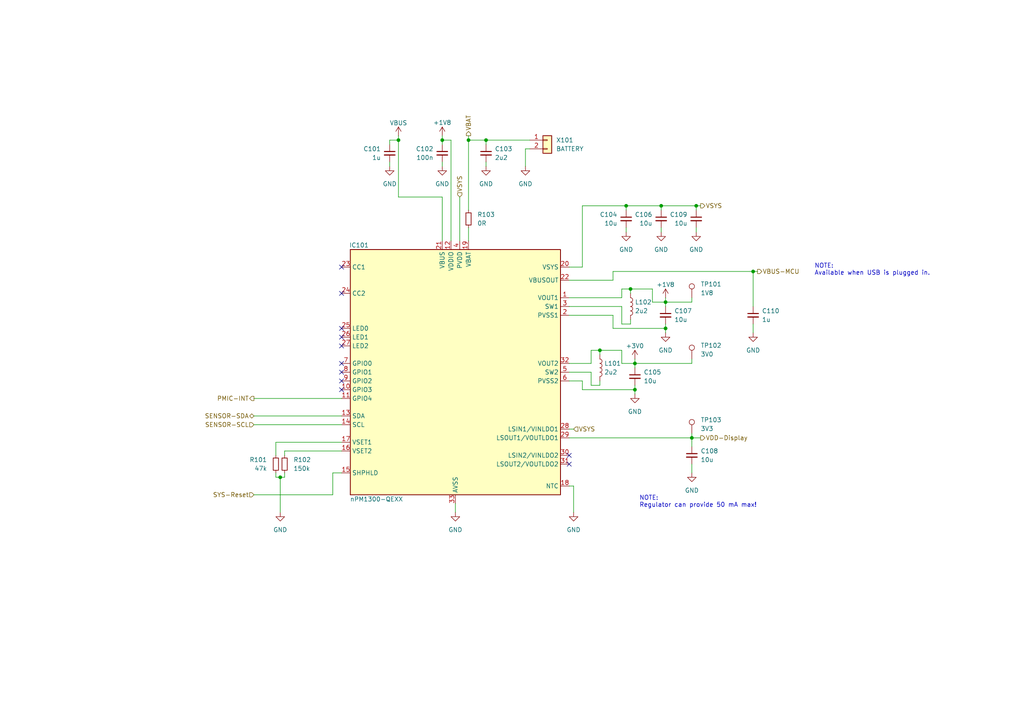
<source format=kicad_sch>
(kicad_sch (version 20230121) (generator eeschema)
  (paper "A4")
  (title_block (title "ZSWatch v2") (date "2024-01-27") (rev "5") (company "github.com/jakkra/ZSWatch-HW"))
  (lib_symbols
    (symbol "Connector:TestPoint" (pin_numbers hide) (pin_names (offset 0.762) hide)
      (property "Reference" "TP" (at 0 6.858 0))
      (property "Value" "TestPoint" (at 0 5.08 0))
      (symbol "TestPoint_0_1"
        (circle (center 0 3.302) (radius 0.762))
      )
      (symbol "TestPoint_1_1"
        (pin passive line (at 0 0 90) (length 2.54) (name "1") (number "1"))
      )
    )
    (symbol "Connector_Generic:Conn_01x02" (pin_names (offset 1.016) hide)
      (property "Reference" "J" (at 0 2.54 0))
      (property "Value" "Conn_01x02" (at 0 -5.08 0))
      (symbol "Conn_01x02_1_1"
        (rectangle (start -1.27 -2.413) (end 0 -2.667) (stroke (width 0.1524)))
        (rectangle (start -1.27 0.127) (end 0 -0.127) (stroke (width 0.1524)))
        (rectangle (start -1.27 1.27) (end 1.27 -3.81) (stroke (width 0.254)) (fill (type background)))
        (pin passive line (at -5.08 0 0) (length 3.81) (name "Pin_1") (number "1"))
        (pin passive line (at -5.08 -2.54 0) (length 3.81) (name "Pin_2") (number "2"))
      )
    )
    (symbol "Device:C_Small" (pin_numbers hide) (pin_names (offset 0.254) hide)
      (property "Reference" "C" (at 0.254 1.778 0))
      (property "Value" "C_Small" (at 0.254 -2.032 0))
      (symbol "C_Small_0_1"
        (polyline (pts (xy -1.524 -0.508) (xy 1.524 -0.508)) (stroke (width 0.3302)))
        (polyline (pts (xy -1.524 0.508) (xy 1.524 0.508)) (stroke (width 0.3048)))
      )
      (symbol "C_Small_1_1"
        (pin passive line (at 0 2.54 270) (length 2.032) (name "~") (number "1"))
        (pin passive line (at 0 -2.54 90) (length 2.032) (name "~") (number "2"))
      )
    )
    (symbol "Device:L" (pin_numbers hide) (pin_names (offset 1.016) hide)
      (property "Reference" "L" (at -1.27 0 90))
      (property "Value" "L" (at 1.905 0 90))
      (symbol "L_0_1"
        (arc (start 0 -2.54) (mid 0.6323 -1.905) (end 0 -1.27))
        (arc (start 0 -1.27) (mid 0.6323 -0.635) (end 0 0))
        (arc (start 0 0) (mid 0.6323 0.635) (end 0 1.27))
        (arc (start 0 1.27) (mid 0.6323 1.905) (end 0 2.54))
      )
      (symbol "L_1_1"
        (pin passive line (at 0 3.81 270) (length 1.27) (name "1") (number "1"))
        (pin passive line (at 0 -3.81 90) (length 1.27) (name "2") (number "2"))
      )
    )
    (symbol "Device:R_Small" (pin_numbers hide) (pin_names (offset 0.254) hide)
      (property "Reference" "R" (at 0.762 0.508 0))
      (property "Value" "R_Small" (at 0.762 -1.016 0))
      (symbol "R_Small_0_1"
        (rectangle (start -0.762 1.778) (end 0.762 -1.778) (stroke (width 0.2032)))
      )
      (symbol "R_Small_1_1"
        (pin passive line (at 0 2.54 270) (length 0.762) (name "~") (number "1"))
        (pin passive line (at 0 -2.54 90) (length 0.762) (name "~") (number "2"))
      )
    )
    (symbol "Nordic:nPM1300-QEXX"
      (property "Reference" "IC" (at -29.845 36.83 0))
      (property "Value" "nPM1300-QEXX" (at -22.86 -36.83 0))
      (symbol "nPM1300-QEXX_1_0"
        (pin power_out line (at 33.02 21.59 180) (length 2.54) (name "VOUT1") (number "1"))
        (pin bidirectional line (at -33.02 -5.08 0) (length 2.54) (name "GPIO3") (number "10"))
        (pin bidirectional line (at -33.02 -7.62 0) (length 2.54) (name "GPIO4") (number "11"))
        (pin power_in line (at -1.27 38.1 270) (length 2.54) (name "VDDIO") (number "12"))
        (pin bidirectional line (at -33.02 -12.7 0) (length 2.54) (name "SDA") (number "13"))
        (pin input line (at -33.02 -15.24 0) (length 2.54) (name "SCL") (number "14"))
        (pin input line (at -33.02 -29.21 0) (length 2.54) (name "SHPHLD") (number "15"))
        (pin input line (at -33.02 -22.86 0) (length 2.54) (name "VSET2") (number "16"))
        (pin input line (at -33.02 -20.32 0) (length 2.54) (name "VSET1") (number "17"))
        (pin input line (at 33.02 -33.02 180) (length 2.54) (name "NTC") (number "18"))
        (pin power_in line (at 3.81 38.1 270) (length 2.54) (name "VBAT") (number "19"))
        (pin input line (at 33.02 16.51 180) (length 2.54) (name "PVSS1") (number "2"))
        (pin power_out line (at 33.02 30.48 180) (length 2.54) (name "VSYS") (number "20"))
        (pin power_in line (at -3.81 38.1 270) (length 2.54) (name "VBUS") (number "21"))
        (pin power_out line (at 33.02 26.67 180) (length 2.54) (name "VBUSOUT") (number "22"))
        (pin input line (at -33.02 30.48 0) (length 2.54) (name "CC1") (number "23"))
        (pin input line (at -33.02 22.86 0) (length 2.54) (name "CC2") (number "24"))
        (pin output line (at -33.02 12.7 0) (length 2.54) (name "LED0") (number "25"))
        (pin output line (at -33.02 10.16 0) (length 2.54) (name "LED1") (number "26"))
        (pin output line (at -33.02 7.62 0) (length 2.54) (name "LED2") (number "27"))
        (pin bidirectional line (at 33.02 -16.51 180) (length 2.54) (name "LSIN1/VINLDO1") (number "28"))
        (pin bidirectional line (at 33.02 -19.05 180) (length 2.54) (name "LSOUT1/VOUTLDO1") (number "29"))
        (pin input line (at 33.02 19.05 180) (length 2.54) (name "SW1") (number "3"))
        (pin bidirectional line (at 33.02 -24.13 180) (length 2.54) (name "LSIN2/VINLDO2") (number "30"))
        (pin bidirectional line (at 33.02 -26.67 180) (length 2.54) (name "LSOUT2/VOUTLDO2") (number "31"))
        (pin power_out line (at 33.02 2.54 180) (length 2.54) (name "VOUT2") (number "32"))
        (pin passive line (at 0 -38.1 90) (length 2.54) (name "AVSS") (number "33"))
        (pin power_in line (at 1.27 38.1 270) (length 2.54) (name "PVDD") (number "4"))
        (pin input line (at 33.02 0 180) (length 2.54) (name "SW2") (number "5"))
        (pin input line (at 33.02 -2.54 180) (length 2.54) (name "PVSS2") (number "6"))
        (pin bidirectional line (at -33.02 2.54 0) (length 2.54) (name "GPIO0") (number "7"))
        (pin bidirectional line (at -33.02 0 0) (length 2.54) (name "GPIO1") (number "8"))
        (pin bidirectional line (at -33.02 -2.54 0) (length 2.54) (name "GPIO2") (number "9"))
      )
      (symbol "nPM1300-QEXX_1_1"
        (rectangle (start -30.48 35.56) (end 30.48 -35.56) (stroke (width 0.254)) (fill (type background)))
      )
    )
    (symbol "power:+1V8" (power) (pin_names (offset 0))
      (property "Value" "+1V8" (at 0 3.556 0))
      (symbol "+1V8_0_1"
        (polyline (pts (xy -0.762 1.27) (xy 0 2.54)))
        (polyline (pts (xy 0 0) (xy 0 2.54)))
        (polyline (pts (xy 0 2.54) (xy 0.762 1.27)))
      )
      (symbol "+1V8_1_1"
        (pin power_in line (at 0 0 90) (length 0) hide (name "+1V8") (number "1"))
      )
    )
    (symbol "power:+3V0" (power) (pin_names (offset 0))
      (property "Value" "+3V0" (at 0 3.556 0))
      (symbol "+3V0_0_1"
        (polyline (pts (xy -0.762 1.27) (xy 0 2.54)))
        (polyline (pts (xy 0 0) (xy 0 2.54)))
        (polyline (pts (xy 0 2.54) (xy 0.762 1.27)))
      )
      (symbol "+3V0_1_1"
        (pin power_in line (at 0 0 90) (length 0) hide (name "+3V0") (number "1"))
      )
    )
    (symbol "power:GND" (power) (pin_names (offset 0))
      (property "Value" "GND" (at 0 -3.81 0))
      (symbol "GND_0_1"
        (polyline (pts (xy 0 0) (xy 0 -1.27) (xy 1.27 -1.27) (xy 0 -2.54) (xy -1.27 -1.27) (xy 0 -1.27)))
      )
      (symbol "GND_1_1"
        (pin power_in line (at 0 0 270) (length 0) hide (name "GND") (number "1"))
      )
    )
    (symbol "power:VBUS" (power) (pin_names (offset 0))
      (property "Value" "VBUS" (at 0 3.81 0))
      (symbol "VBUS_0_1"
        (polyline (pts (xy -0.762 1.27) (xy 0 2.54)))
        (polyline (pts (xy 0 0) (xy 0 2.54)))
        (polyline (pts (xy 0 2.54) (xy 0.762 1.27)))
      )
      (symbol "VBUS_1_1"
        (pin power_in line (at 0 0 90) (length 0) hide (name "VBUS") (number "1"))
      )
    )
  )
  (junction (at 181.61 59.69))
  (junction (at 182.88 83.82))
  (junction (at 193.04 87.63))
  (junction (at 128.27 40.64))
  (junction (at 115.57 40.64))
  (junction (at 191.77 59.69))
  (junction (at 200.66 127))
  (junction (at 218.44 78.74))
  (junction (at 81.28 138.43))
  (junction (at 140.97 40.64))
  (junction (at 193.04 95.25))
  (junction (at 135.89 40.64))
  (junction (at 201.93 59.69))
  (junction (at 184.15 113.03))
  (junction (at 184.15 105.41))
  (junction (at 173.99 101.6))
  (no_connect (at 99.06 100.33))
  (no_connect (at 99.06 113.03))
  (no_connect (at 99.06 107.95))
  (no_connect (at 99.06 85.09))
  (no_connect (at 165.1 134.62))
  (no_connect (at 99.06 97.79))
  (no_connect (at 99.06 77.47))
  (no_connect (at 99.06 110.49))
  (no_connect (at 99.06 95.25))
  (no_connect (at 99.06 105.41))
  (no_connect (at 165.1 132.08))
  (wire (pts (xy 96.52 143.51) (xy 96.52 137.16)))
  (wire (pts (xy 180.34 101.6) (xy 180.34 105.41)))
  (wire (pts (xy 81.28 138.43) (xy 81.28 148.59)))
  (wire (pts (xy 140.97 40.64) (xy 140.97 41.91)))
  (wire (pts (xy 200.66 105.41) (xy 200.66 104.14)))
  (wire (pts (xy 201.93 59.69) (xy 201.93 60.96)))
  (wire (pts (xy 171.45 111.76) (xy 173.99 111.76)))
  (wire (pts (xy 135.89 40.64) (xy 135.89 60.96)))
  (wire (pts (xy 201.93 66.04) (xy 201.93 67.31)))
  (wire (pts (xy 73.66 143.51) (xy 96.52 143.51)))
  (wire (pts (xy 165.1 140.97) (xy 166.37 140.97)))
  (wire (pts (xy 189.23 83.82) (xy 189.23 87.63)))
  (wire (pts (xy 73.66 115.57) (xy 99.06 115.57)))
  (wire (pts (xy 180.34 83.82) (xy 182.88 83.82)))
  (wire (pts (xy 184.15 111.76) (xy 184.15 113.03)))
  (wire (pts (xy 200.66 127) (xy 203.2 127)))
  (wire (pts (xy 218.44 78.74) (xy 218.44 88.9)))
  (wire (pts (xy 168.91 113.03) (xy 184.15 113.03)))
  (wire (pts (xy 193.04 87.63) (xy 193.04 88.9)))
  (wire (pts (xy 165.1 81.28) (xy 177.8 81.28)))
  (wire (pts (xy 80.01 137.16) (xy 80.01 138.43)))
  (wire (pts (xy 113.03 40.64) (xy 113.03 41.91)))
  (wire (pts (xy 173.99 111.76) (xy 173.99 110.49)))
  (wire (pts (xy 168.91 59.69) (xy 168.91 77.47)))
  (wire (pts (xy 135.89 40.64) (xy 140.97 40.64)))
  (wire (pts (xy 218.44 93.98) (xy 218.44 96.52)))
  (wire (pts (xy 81.28 138.43) (xy 82.55 138.43)))
  (wire (pts (xy 128.27 57.15) (xy 128.27 69.85)))
  (wire (pts (xy 193.04 87.63) (xy 200.66 87.63)))
  (wire (pts (xy 177.8 95.25) (xy 193.04 95.25)))
  (wire (pts (xy 96.52 137.16) (xy 99.06 137.16)))
  (wire (pts (xy 184.15 113.03) (xy 184.15 114.3)))
  (wire (pts (xy 177.8 78.74) (xy 218.44 78.74)))
  (wire (pts (xy 165.1 110.49) (xy 168.91 110.49)))
  (wire (pts (xy 200.66 125.73) (xy 200.66 127)))
  (wire (pts (xy 165.1 127) (xy 200.66 127)))
  (wire (pts (xy 73.66 120.65) (xy 99.06 120.65)))
  (wire (pts (xy 128.27 46.99) (xy 128.27 48.26)))
  (wire (pts (xy 180.34 105.41) (xy 184.15 105.41)))
  (wire (pts (xy 181.61 59.69) (xy 168.91 59.69)))
  (wire (pts (xy 113.03 46.99) (xy 113.03 48.26)))
  (wire (pts (xy 201.93 59.69) (xy 203.2 59.69)))
  (wire (pts (xy 171.45 105.41) (xy 171.45 101.6)))
  (wire (pts (xy 200.66 134.62) (xy 200.66 137.16)))
  (wire (pts (xy 171.45 101.6) (xy 173.99 101.6)))
  (wire (pts (xy 165.1 91.44) (xy 177.8 91.44)))
  (wire (pts (xy 180.34 88.9) (xy 180.34 93.98)))
  (wire (pts (xy 135.89 66.04) (xy 135.89 69.85)))
  (wire (pts (xy 166.37 140.97) (xy 166.37 148.59)))
  (wire (pts (xy 82.55 130.81) (xy 82.55 132.08)))
  (wire (pts (xy 132.08 146.05) (xy 132.08 148.59)))
  (wire (pts (xy 115.57 57.15) (xy 128.27 57.15)))
  (wire (pts (xy 165.1 124.46) (xy 166.37 124.46)))
  (wire (pts (xy 181.61 59.69) (xy 181.61 60.96)))
  (wire (pts (xy 115.57 39.37) (xy 115.57 40.64)))
  (wire (pts (xy 181.61 59.69) (xy 191.77 59.69)))
  (wire (pts (xy 165.1 86.36) (xy 180.34 86.36)))
  (wire (pts (xy 165.1 105.41) (xy 171.45 105.41)))
  (wire (pts (xy 182.88 93.98) (xy 182.88 92.71)))
  (wire (pts (xy 113.03 40.64) (xy 115.57 40.64)))
  (wire (pts (xy 181.61 66.04) (xy 181.61 67.31)))
  (wire (pts (xy 80.01 138.43) (xy 81.28 138.43)))
  (wire (pts (xy 184.15 105.41) (xy 200.66 105.41)))
  (wire (pts (xy 180.34 86.36) (xy 180.34 83.82)))
  (wire (pts (xy 191.77 59.69) (xy 201.93 59.69)))
  (wire (pts (xy 73.66 123.19) (xy 99.06 123.19)))
  (wire (pts (xy 99.06 130.81) (xy 82.55 130.81)))
  (wire (pts (xy 184.15 104.14) (xy 184.15 105.41)))
  (wire (pts (xy 173.99 101.6) (xy 180.34 101.6)))
  (wire (pts (xy 128.27 39.37) (xy 128.27 40.64)))
  (wire (pts (xy 189.23 87.63) (xy 193.04 87.63)))
  (wire (pts (xy 168.91 110.49) (xy 168.91 113.03)))
  (wire (pts (xy 173.99 101.6) (xy 173.99 102.87)))
  (wire (pts (xy 80.01 128.27) (xy 80.01 132.08)))
  (wire (pts (xy 82.55 138.43) (xy 82.55 137.16)))
  (wire (pts (xy 152.4 43.18) (xy 152.4 48.26)))
  (wire (pts (xy 128.27 41.91) (xy 128.27 40.64)))
  (wire (pts (xy 140.97 40.64) (xy 153.67 40.64)))
  (wire (pts (xy 184.15 105.41) (xy 184.15 106.68)))
  (wire (pts (xy 135.89 39.37) (xy 135.89 40.64)))
  (wire (pts (xy 165.1 77.47) (xy 168.91 77.47)))
  (wire (pts (xy 200.66 87.63) (xy 200.66 86.36)))
  (wire (pts (xy 191.77 59.69) (xy 191.77 60.96)))
  (wire (pts (xy 191.77 66.04) (xy 191.77 67.31)))
  (wire (pts (xy 140.97 46.99) (xy 140.97 48.26)))
  (wire (pts (xy 193.04 93.98) (xy 193.04 95.25)))
  (wire (pts (xy 165.1 107.95) (xy 171.45 107.95)))
  (wire (pts (xy 182.88 83.82) (xy 182.88 85.09)))
  (wire (pts (xy 171.45 107.95) (xy 171.45 111.76)))
  (wire (pts (xy 99.06 128.27) (xy 80.01 128.27)))
  (wire (pts (xy 200.66 127) (xy 200.66 129.54)))
  (wire (pts (xy 128.27 40.64) (xy 130.81 40.64)))
  (wire (pts (xy 177.8 81.28) (xy 177.8 78.74)))
  (wire (pts (xy 182.88 83.82) (xy 189.23 83.82)))
  (wire (pts (xy 130.81 40.64) (xy 130.81 69.85)))
  (wire (pts (xy 193.04 86.36) (xy 193.04 87.63)))
  (wire (pts (xy 153.67 43.18) (xy 152.4 43.18)))
  (wire (pts (xy 165.1 88.9) (xy 180.34 88.9)))
  (wire (pts (xy 177.8 91.44) (xy 177.8 95.25)))
  (wire (pts (xy 115.57 57.15) (xy 115.57 40.64)))
  (wire (pts (xy 193.04 95.25) (xy 193.04 96.52)))
  (wire (pts (xy 218.44 78.74) (xy 219.71 78.74)))
  (wire (pts (xy 180.34 93.98) (xy 182.88 93.98)))
  (wire (pts (xy 133.35 69.85) (xy 133.35 57.15)))
  (text "NOTE:\nAvailable when USB is plugged in." (at 236.22 80.01 0) (effects (font (size 1.27 1.27)) (justify left bottom)))
  (text "NOTE:\nRegulator can provide 50 mA max!" (at 185.42 147.32 0) (effects (font (size 1.27 1.27)) (justify left bottom)))
  (hierarchical_label "VSYS" (shape output) (at 203.2 59.69 0))
  (hierarchical_label "VBAT" (shape output) (at 135.89 39.37 90))
  (hierarchical_label "VBUS-MCU" (shape output) (at 219.71 78.74 0))
  (hierarchical_label "SENSOR-SCL" (shape input) (at 73.66 123.19 180))
  (hierarchical_label "SENSOR-SDA" (shape bidirectional) (at 73.66 120.65 180))
  (hierarchical_label "VSYS" (shape input) (at 166.37 124.46 0))
  (hierarchical_label "VDD-Display" (shape output) (at 203.2 127 0))
  (hierarchical_label "VSYS" (shape input) (at 133.35 57.15 90))
  (hierarchical_label "SYS-Reset" (shape input) (at 73.66 143.51 180))
  (hierarchical_label "PMIC-INT" (shape output) (at 73.66 115.57 180))
  (symbol (lib_id "Device:C_Small") (at 218.44 91.44 0) (mirror y) (unit 1)
    (property "Reference" "C110" (at 220.98 90.1763 0) (effects (justify right)))
    (property "Value" "1u" (at 220.98 92.7163 0) (effects (justify right)))
    (property "Footprint" "Capacitor_SMD:C_0603_1608Metric" (effects hide))
    (property "Mfr." "KYOCERA AVX" (effects hide))
    (property "Mfr. No." "0603YC105JAT2A" (effects hide))
    (property "Distributor" "Mouser" (effects hide))
    (property "Order Number" "581-0603YC105JAT2A" (effects hide))
  )
  (symbol (lib_id "power:GND") (at 184.15 114.3 0) (unit 1)
    (property "Reference" "#PWR0112" (effects hide))
    (property "Value" "GND" (at 184.15 119.38 0))
  )
  (symbol (lib_id "Device:L") (at 173.99 106.68 0) (unit 1)
    (property "Reference" "L101" (at 175.26 105.41 0) (effects (justify left)))
    (property "Value" "2u2" (at 175.26 107.95 0) (effects (justify left)))
    (property "Footprint" "Inductor_SMD_Kampi:L_0806_2016" (effects hide))
    (property "Mfr." "Samsung Electro-Mechanics" (effects hide))
    (property "Mfr. No." "CIGT201610EH2R2MNE" (effects hide))
    (property "Distributor" "Mouser" (effects hide))
    (property "Order Number" "187-CIGT201610EH2R2M" (effects hide))
  )
  (symbol (lib_id "Device:C_Small") (at 113.03 44.45 0) (unit 1)
    (property "Reference" "C101" (at 110.49 43.1863 0) (effects (justify right)))
    (property "Value" "1u" (at 110.49 45.7263 0) (effects (justify right)))
    (property "Footprint" "Capacitor_SMD:C_0603_1608Metric" (effects hide))
    (property "Mfr." "KYOCERA AVX" (effects hide))
    (property "Mfr. No." "0603YC105JAT2A" (effects hide))
    (property "Distributor" "Mouser" (effects hide))
    (property "Order Number" "581-0603YC105JAT2A" (effects hide))
  )
  (symbol (lib_id "Device:C_Small") (at 184.15 109.22 0) (mirror y) (unit 1)
    (property "Reference" "C105" (at 186.69 107.9563 0) (effects (justify right)))
    (property "Value" "10u" (at 186.69 110.4963 0) (effects (justify right)))
    (property "Footprint" "Capacitor_SMD:C_0603_1608Metric" (effects hide))
    (property "Mfr." "KYOCERA AVX" (effects hide))
    (property "Mfr. No." "CM105X5R106M25AT" (effects hide))
    (property "Distributor" "Mouser" (effects hide))
    (property "Order Number" "346-CM105X5R106M25AT" (effects hide))
  )
  (symbol (lib_id "Device:R_Small") (at 82.55 134.62 180) (unit 1)
    (property "Reference" "R102" (at 85.09 133.35 0) (effects (justify right)))
    (property "Value" "150k" (at 85.09 135.89 0) (effects (justify right)))
    (property "Footprint" "Resistor_SMD:R_0603_1608Metric" (effects hide))
    (property "Distributor" "Mouser" (effects hide))
    (property "Mfr." "YAGEO" (effects hide))
    (property "Mfr. No." "RC0603FR-07150KL" (effects hide))
    (property "Order Number" "603-RC0603FR-07150KL" (effects hide))
  )
  (symbol (lib_id "Connector:TestPoint") (at 200.66 125.73 0) (unit 1) (in_bom no)
    (property "Reference" "TP103" (at 203.2 121.793 0) (effects (justify left)))
    (property "Value" "3V3" (at 203.2 124.333 0) (effects (justify left)))
    (property "Footprint" "TestPoint:TestPoint_Pad_D1.0mm" (effects hide))
  )
  (symbol (lib_id "power:+1V8") (at 128.27 39.37 0) (unit 1)
    (property "Reference" "#PWR0104" (effects hide))
    (property "Value" "+1V8" (at 128.27 35.56 0))
  )
  (symbol (lib_id "Device:C_Small") (at 193.04 91.44 0) (mirror y) (unit 1)
    (property "Reference" "C107" (at 195.58 90.1763 0) (effects (justify right)))
    (property "Value" "10u" (at 195.58 92.7163 0) (effects (justify right)))
    (property "Footprint" "Capacitor_SMD:C_0603_1608Metric" (effects hide))
    (property "Mfr." "KYOCERA AVX" (effects hide))
    (property "Mfr. No." "CM105X5R106M25AT" (effects hide))
    (property "Distributor" "Mouser" (effects hide))
    (property "Order Number" "346-CM105X5R106M25AT" (effects hide))
  )
  (symbol (lib_id "power:GND") (at 191.77 67.31 0) (unit 1)
    (property "Reference" "#PWR0113" (effects hide))
    (property "Value" "GND" (at 191.77 72.39 0))
  )
  (symbol (lib_id "Device:R_Small") (at 80.01 134.62 0) (mirror x) (unit 1)
    (property "Reference" "R101" (at 77.47 133.35 0) (effects (justify right)))
    (property "Value" "47k" (at 77.47 135.89 0) (effects (justify right)))
    (property "Footprint" "Resistor_SMD:R_0603_1608Metric" (effects hide))
    (property "Distributor" "Mouser" (effects hide))
    (property "Mfr." "YAGEO" (effects hide))
    (property "Mfr. No." "RC0603FR-0747KL" (effects hide))
    (property "Order Number" "603-RC0603FR-0747KL" (effects hide))
  )
  (symbol (lib_id "Nordic:nPM1300-QEXX") (at 132.08 107.95 0) (unit 1)
    (property "Reference" "IC101" (at 104.14 71.12 0))
    (property "Value" "nPM1300-QEXX" (at 109.22 144.78 0))
    (property "Footprint" "Package_DFN_QFN:QFN-32-1EP_5x5mm_P0.5mm_EP3.6x3.6mm_ThermalVias" (effects hide))
    (property "Datasheet" "https://infocenter.nordicsemi.com/index.jsp?topic=%2Fstruct_pmic%2Fstruct%2Fnpm1300.html" (effects hide))
    (property "Mfr." "Nordic Semiconductor" (effects hide))
    (property "Mfr. No." "nPM1300-QEAA-R7" (effects hide))
    (property "Distributor" "Mouser" (effects hide))
    (property "Order Number" "949-NPM1300-QEAA-R7" (effects hide))
  )
  (symbol (lib_id "power:+3V0") (at 184.15 104.14 0) (unit 1)
    (property "Reference" "#PWR0111" (effects hide))
    (property "Value" "+3V0" (at 184.15 100.33 0))
  )
  (symbol (lib_id "Device:C_Small") (at 191.77 63.5 0) (unit 1)
    (property "Reference" "C106" (at 189.23 62.2363 0) (effects (justify right)))
    (property "Value" "10u" (at 189.23 64.7763 0) (effects (justify right)))
    (property "Footprint" "Capacitor_SMD:C_0603_1608Metric" (effects hide))
    (property "Mfr." "KYOCERA AVX" (effects hide))
    (property "Mfr. No." "CM105X5R106M25AT" (effects hide))
    (property "Distributor" "Mouser" (effects hide))
    (property "Order Number" "346-CM105X5R106M25AT" (effects hide))
  )
  (symbol (lib_id "power:GND") (at 152.4 48.26 0) (unit 1)
    (property "Reference" "#PWR0108" (effects hide))
    (property "Value" "GND" (at 152.4 53.34 0))
  )
  (symbol (lib_id "power:GND") (at 201.93 67.31 0) (unit 1)
    (property "Reference" "#PWR0117" (effects hide))
    (property "Value" "GND" (at 201.93 72.39 0))
  )
  (symbol (lib_id "Device:L") (at 182.88 88.9 0) (unit 1)
    (property "Reference" "L102" (at 184.15 87.63 0) (effects (justify left)))
    (property "Value" "2u2" (at 184.15 90.17 0) (effects (justify left)))
    (property "Footprint" "Inductor_SMD_Kampi:L_0806_2016" (effects hide))
    (property "Mfr." "Samsung Electro-Mechanics" (effects hide))
    (property "Mfr. No." "CIGT201610EH2R2MNE" (effects hide))
    (property "Distributor" "Mouser" (effects hide))
    (property "Order Number" "187-CIGT201610EH2R2M" (effects hide))
  )
  (symbol (lib_id "Connector_Generic:Conn_01x02") (at 158.75 40.64 0) (unit 1)
    (property "Reference" "X101" (at 161.29 40.64 0) (effects (justify left)))
    (property "Value" "BATTERY" (at 161.29 43.18 0) (effects (justify left)))
    (property "Footprint" "Molex:78171-0002" (effects hide))
    (property "Datasheet" "https://www.molex.com/en-us/products/part-detail/781710002?display=pdf" (effects hide))
    (property "Mfr." "Molex" (effects hide))
    (property "Mfr. No." "78171-0002" (effects hide))
    (property "Distributor" "Mouser" (effects hide))
    (property "Order Number" "538-78171-0002" (effects hide))
  )
  (symbol (lib_id "power:GND") (at 132.08 148.59 0) (unit 1)
    (property "Reference" "#PWR0106" (effects hide))
    (property "Value" "GND" (at 132.08 153.67 0))
  )
  (symbol (lib_id "Device:R_Small") (at 135.89 63.5 0) (mirror y) (unit 1)
    (property "Reference" "R103" (at 138.43 62.23 0) (effects (justify right)))
    (property "Value" "0R" (at 138.43 64.77 0) (effects (justify right)))
    (property "Footprint" "Resistor_SMD:R_0402_1005Metric" (effects hide))
    (property "Distributor" "Mouser" (effects hide))
    (property "Mfr." "Bourns" (effects hide))
    (property "Mfr. No." "CR0402-J/-000GLF" (effects hide))
    (property "Order Number" "652-CR0603-J/-000ELF" (effects hide))
  )
  (symbol (lib_id "power:GND") (at 113.03 48.26 0) (unit 1)
    (property "Reference" "#PWR0102" (effects hide))
    (property "Value" "GND" (at 113.03 53.34 0))
  )
  (symbol (lib_id "Device:C_Small") (at 181.61 63.5 0) (unit 1)
    (property "Reference" "C104" (at 179.07 62.2363 0) (effects (justify right)))
    (property "Value" "10u" (at 179.07 64.7763 0) (effects (justify right)))
    (property "Footprint" "Capacitor_SMD:C_0603_1608Metric" (effects hide))
    (property "Mfr." "KYOCERA AVX" (effects hide))
    (property "Mfr. No." "CM105X5R106M25AT" (effects hide))
    (property "Distributor" "Mouser" (effects hide))
    (property "Order Number" "346-CM105X5R106M25AT" (effects hide))
  )
  (symbol (lib_id "Device:C_Small") (at 140.97 44.45 0) (mirror y) (unit 1)
    (property "Reference" "C103" (at 143.51 43.1863 0) (effects (justify right)))
    (property "Value" "2u2" (at 143.51 45.7263 0) (effects (justify right)))
    (property "Footprint" "Capacitor_SMD:C_0603_1608Metric" (effects hide))
    (property "Mfr." "KYOCERA AVX" (effects hide))
    (property "Mfr. No." "06036D225KAT2A" (effects hide))
    (property "Distributor" "Mouser" (effects hide))
    (property "Order Number" "581-06036D225KAT2A" (effects hide))
  )
  (symbol (lib_id "power:GND") (at 181.61 67.31 0) (unit 1)
    (property "Reference" "#PWR0110" (effects hide))
    (property "Value" "GND" (at 181.61 72.39 0))
  )
  (symbol (lib_id "power:GND") (at 200.66 137.16 0) (unit 1)
    (property "Reference" "#PWR0116" (effects hide))
    (property "Value" "GND" (at 200.66 142.24 0))
  )
  (symbol (lib_id "Device:C_Small") (at 200.66 132.08 0) (mirror y) (unit 1)
    (property "Reference" "C108" (at 203.2 130.8163 0) (effects (justify right)))
    (property "Value" "10u" (at 203.2 133.3563 0) (effects (justify right)))
    (property "Footprint" "Capacitor_SMD:C_0603_1608Metric" (effects hide))
    (property "Mfr." "KYOCERA AVX" (effects hide))
    (property "Mfr. No." "CM105X5R106M25AT" (effects hide))
    (property "Distributor" "Mouser" (effects hide))
    (property "Order Number" "346-CM105X5R106M25AT" (effects hide))
  )
  (symbol (lib_id "power:+1V8") (at 193.04 86.36 0) (unit 1)
    (property "Reference" "#PWR0114" (effects hide))
    (property "Value" "+1V8" (at 193.04 82.55 0))
  )
  (symbol (lib_id "Connector:TestPoint") (at 200.66 104.14 0) (unit 1) (in_bom no)
    (property "Reference" "TP102" (at 203.2 100.203 0) (effects (justify left)))
    (property "Value" "3V0" (at 203.2 102.743 0) (effects (justify left)))
    (property "Footprint" "TestPoint:TestPoint_Pad_D1.0mm" (effects hide))
  )
  (symbol (lib_id "power:GND") (at 218.44 96.52 0) (unit 1)
    (property "Reference" "#PWR0118" (effects hide))
    (property "Value" "GND" (at 218.44 101.6 0))
  )
  (symbol (lib_id "power:VBUS") (at 115.57 39.37 0) (mirror y) (unit 1)
    (property "Reference" "#PWR0103" (effects hide))
    (property "Value" "VBUS" (at 115.57 35.6616 0))
  )
  (symbol (lib_id "Device:C_Small") (at 128.27 44.45 0) (unit 1)
    (property "Reference" "C102" (at 125.73 43.1863 0) (effects (justify right)))
    (property "Value" "100n" (at 125.73 45.7263 0) (effects (justify right)))
    (property "Footprint" "Capacitor_SMD:C_0603_1608Metric" (effects hide))
    (property "Mfr." "KYOCERA AVX" (effects hide))
    (property "Mfr. No." "06035C104KAT2A" (effects hide))
    (property "Distributor" "Mouser" (effects hide))
    (property "Order Number" "581-06035C104KAT2A" (effects hide))
  )
  (symbol (lib_id "Device:C_Small") (at 201.93 63.5 0) (unit 1)
    (property "Reference" "C109" (at 199.39 62.2363 0) (effects (justify right)))
    (property "Value" "10u" (at 199.39 64.7763 0) (effects (justify right)))
    (property "Footprint" "Capacitor_SMD:C_0603_1608Metric" (effects hide))
    (property "Mfr." "KYOCERA AVX" (effects hide))
    (property "Mfr. No." "CM105X5R106M25AT" (effects hide))
    (property "Distributor" "Mouser" (effects hide))
    (property "Order Number" "346-CM105X5R106M25AT" (effects hide))
  )
  (symbol (lib_id "power:GND") (at 166.37 148.59 0) (unit 1)
    (property "Reference" "#PWR0109" (effects hide))
    (property "Value" "GND" (at 166.37 153.67 0))
  )
  (symbol (lib_id "power:GND") (at 140.97 48.26 0) (unit 1)
    (property "Reference" "#PWR0107" (effects hide))
    (property "Value" "GND" (at 140.97 53.34 0))
  )
  (symbol (lib_id "Connector:TestPoint") (at 200.66 86.36 0) (unit 1) (in_bom no)
    (property "Reference" "TP101" (at 203.2 82.423 0) (effects (justify left)))
    (property "Value" "1V8" (at 203.2 84.963 0) (effects (justify left)))
    (property "Footprint" "TestPoint:TestPoint_Pad_D1.0mm" (effects hide))
  )
  (symbol (lib_id "power:GND") (at 193.04 96.52 0) (unit 1)
    (property "Reference" "#PWR0115" (effects hide))
    (property "Value" "GND" (at 193.04 101.6 0))
  )
  (symbol (lib_id "power:GND") (at 128.27 48.26 0) (unit 1)
    (property "Reference" "#PWR0105" (effects hide))
    (property "Value" "GND" (at 128.27 53.34 0))
  )
  (symbol (lib_id "power:GND") (at 81.28 148.59 0) (unit 1)
    (property "Reference" "#PWR0101" (effects hide))
    (property "Value" "GND" (at 81.28 153.67 0))
  )
)
</source>
